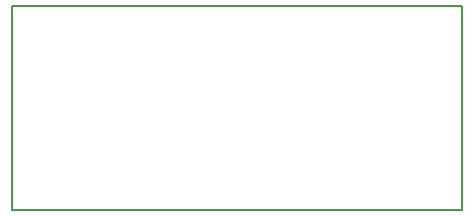
<source format=gbr>
G04 #@! TF.GenerationSoftware,KiCad,Pcbnew,(5.0.0)*
G04 #@! TF.CreationDate,2021-10-12T10:56:01+02:00*
G04 #@! TF.ProjectId,L298N,4C3239384E2E6B696361645F70636200,rev?*
G04 #@! TF.SameCoordinates,Original*
G04 #@! TF.FileFunction,Profile,NP*
%FSLAX46Y46*%
G04 Gerber Fmt 4.6, Leading zero omitted, Abs format (unit mm)*
G04 Created by KiCad (PCBNEW (5.0.0)) date 10/12/21 10:56:01*
%MOMM*%
%LPD*%
G01*
G04 APERTURE LIST*
%ADD10C,0.150000*%
G04 APERTURE END LIST*
D10*
X135636000Y-88900000D02*
X135636000Y-106172000D01*
X173736000Y-88900000D02*
X135636000Y-88900000D01*
X173736000Y-106172000D02*
X173736000Y-88900000D01*
X135636000Y-106172000D02*
X173736000Y-106172000D01*
M02*

</source>
